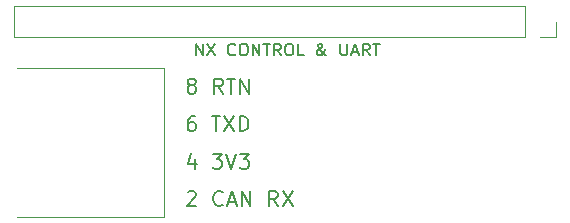
<source format=gbr>
%TF.GenerationSoftware,KiCad,Pcbnew,8.0.4-8.0.4-0~ubuntu22.04.1*%
%TF.CreationDate,2024-08-11T09:24:59-07:00*%
%TF.ProjectId,NX-ButtonInterface,4e582d42-7574-4746-9f6e-496e74657266,rev?*%
%TF.SameCoordinates,Original*%
%TF.FileFunction,Legend,Top*%
%TF.FilePolarity,Positive*%
%FSLAX46Y46*%
G04 Gerber Fmt 4.6, Leading zero omitted, Abs format (unit mm)*
G04 Created by KiCad (PCBNEW 8.0.4-8.0.4-0~ubuntu22.04.1) date 2024-08-11 09:24:59*
%MOMM*%
%LPD*%
G01*
G04 APERTURE LIST*
%ADD10C,0.177800*%
%ADD11C,0.150000*%
%ADD12C,0.120000*%
%ADD13C,0.100000*%
G04 APERTURE END LIST*
D10*
X100684039Y-100967546D02*
X100442134Y-100967546D01*
X100442134Y-100967546D02*
X100321182Y-101028022D01*
X100321182Y-101028022D02*
X100260706Y-101088498D01*
X100260706Y-101088498D02*
X100139753Y-101269927D01*
X100139753Y-101269927D02*
X100079277Y-101511831D01*
X100079277Y-101511831D02*
X100079277Y-101995641D01*
X100079277Y-101995641D02*
X100139753Y-102116593D01*
X100139753Y-102116593D02*
X100200230Y-102177070D01*
X100200230Y-102177070D02*
X100321182Y-102237546D01*
X100321182Y-102237546D02*
X100563087Y-102237546D01*
X100563087Y-102237546D02*
X100684039Y-102177070D01*
X100684039Y-102177070D02*
X100744515Y-102116593D01*
X100744515Y-102116593D02*
X100804992Y-101995641D01*
X100804992Y-101995641D02*
X100804992Y-101693260D01*
X100804992Y-101693260D02*
X100744515Y-101572308D01*
X100744515Y-101572308D02*
X100684039Y-101511831D01*
X100684039Y-101511831D02*
X100563087Y-101451355D01*
X100563087Y-101451355D02*
X100321182Y-101451355D01*
X100321182Y-101451355D02*
X100200230Y-101511831D01*
X100200230Y-101511831D02*
X100139753Y-101572308D01*
X100139753Y-101572308D02*
X100079277Y-101693260D01*
X102135468Y-100967546D02*
X102861182Y-100967546D01*
X102498325Y-102237546D02*
X102498325Y-100967546D01*
X103163563Y-100967546D02*
X104010230Y-102237546D01*
X104010230Y-100967546D02*
X103163563Y-102237546D01*
X104494039Y-102237546D02*
X104494039Y-100967546D01*
X104494039Y-100967546D02*
X104796420Y-100967546D01*
X104796420Y-100967546D02*
X104977849Y-101028022D01*
X104977849Y-101028022D02*
X105098801Y-101148974D01*
X105098801Y-101148974D02*
X105159278Y-101269927D01*
X105159278Y-101269927D02*
X105219754Y-101511831D01*
X105219754Y-101511831D02*
X105219754Y-101693260D01*
X105219754Y-101693260D02*
X105159278Y-101935165D01*
X105159278Y-101935165D02*
X105098801Y-102056117D01*
X105098801Y-102056117D02*
X104977849Y-102177070D01*
X104977849Y-102177070D02*
X104796420Y-102237546D01*
X104796420Y-102237546D02*
X104494039Y-102237546D01*
X100079277Y-107430032D02*
X100139753Y-107369556D01*
X100139753Y-107369556D02*
X100260706Y-107309080D01*
X100260706Y-107309080D02*
X100563087Y-107309080D01*
X100563087Y-107309080D02*
X100684039Y-107369556D01*
X100684039Y-107369556D02*
X100744515Y-107430032D01*
X100744515Y-107430032D02*
X100804992Y-107550984D01*
X100804992Y-107550984D02*
X100804992Y-107671937D01*
X100804992Y-107671937D02*
X100744515Y-107853365D01*
X100744515Y-107853365D02*
X100018801Y-108579080D01*
X100018801Y-108579080D02*
X100804992Y-108579080D01*
X103042611Y-108458127D02*
X102982135Y-108518604D01*
X102982135Y-108518604D02*
X102800706Y-108579080D01*
X102800706Y-108579080D02*
X102679754Y-108579080D01*
X102679754Y-108579080D02*
X102498325Y-108518604D01*
X102498325Y-108518604D02*
X102377373Y-108397651D01*
X102377373Y-108397651D02*
X102316896Y-108276699D01*
X102316896Y-108276699D02*
X102256420Y-108034794D01*
X102256420Y-108034794D02*
X102256420Y-107853365D01*
X102256420Y-107853365D02*
X102316896Y-107611461D01*
X102316896Y-107611461D02*
X102377373Y-107490508D01*
X102377373Y-107490508D02*
X102498325Y-107369556D01*
X102498325Y-107369556D02*
X102679754Y-107309080D01*
X102679754Y-107309080D02*
X102800706Y-107309080D01*
X102800706Y-107309080D02*
X102982135Y-107369556D01*
X102982135Y-107369556D02*
X103042611Y-107430032D01*
X103526420Y-108216223D02*
X104131182Y-108216223D01*
X103405468Y-108579080D02*
X103828801Y-107309080D01*
X103828801Y-107309080D02*
X104252135Y-108579080D01*
X104675467Y-108579080D02*
X104675467Y-107309080D01*
X104675467Y-107309080D02*
X105401182Y-108579080D01*
X105401182Y-108579080D02*
X105401182Y-107309080D01*
X107699277Y-108579080D02*
X107275943Y-107974318D01*
X106973562Y-108579080D02*
X106973562Y-107309080D01*
X106973562Y-107309080D02*
X107457372Y-107309080D01*
X107457372Y-107309080D02*
X107578324Y-107369556D01*
X107578324Y-107369556D02*
X107638801Y-107430032D01*
X107638801Y-107430032D02*
X107699277Y-107550984D01*
X107699277Y-107550984D02*
X107699277Y-107732413D01*
X107699277Y-107732413D02*
X107638801Y-107853365D01*
X107638801Y-107853365D02*
X107578324Y-107913842D01*
X107578324Y-107913842D02*
X107457372Y-107974318D01*
X107457372Y-107974318D02*
X106973562Y-107974318D01*
X108122610Y-107309080D02*
X108969277Y-108579080D01*
X108969277Y-107309080D02*
X108122610Y-108579080D01*
X100321182Y-98328365D02*
X100200230Y-98267889D01*
X100200230Y-98267889D02*
X100139753Y-98207413D01*
X100139753Y-98207413D02*
X100079277Y-98086461D01*
X100079277Y-98086461D02*
X100079277Y-98025984D01*
X100079277Y-98025984D02*
X100139753Y-97905032D01*
X100139753Y-97905032D02*
X100200230Y-97844556D01*
X100200230Y-97844556D02*
X100321182Y-97784080D01*
X100321182Y-97784080D02*
X100563087Y-97784080D01*
X100563087Y-97784080D02*
X100684039Y-97844556D01*
X100684039Y-97844556D02*
X100744515Y-97905032D01*
X100744515Y-97905032D02*
X100804992Y-98025984D01*
X100804992Y-98025984D02*
X100804992Y-98086461D01*
X100804992Y-98086461D02*
X100744515Y-98207413D01*
X100744515Y-98207413D02*
X100684039Y-98267889D01*
X100684039Y-98267889D02*
X100563087Y-98328365D01*
X100563087Y-98328365D02*
X100321182Y-98328365D01*
X100321182Y-98328365D02*
X100200230Y-98388842D01*
X100200230Y-98388842D02*
X100139753Y-98449318D01*
X100139753Y-98449318D02*
X100079277Y-98570270D01*
X100079277Y-98570270D02*
X100079277Y-98812175D01*
X100079277Y-98812175D02*
X100139753Y-98933127D01*
X100139753Y-98933127D02*
X100200230Y-98993604D01*
X100200230Y-98993604D02*
X100321182Y-99054080D01*
X100321182Y-99054080D02*
X100563087Y-99054080D01*
X100563087Y-99054080D02*
X100684039Y-98993604D01*
X100684039Y-98993604D02*
X100744515Y-98933127D01*
X100744515Y-98933127D02*
X100804992Y-98812175D01*
X100804992Y-98812175D02*
X100804992Y-98570270D01*
X100804992Y-98570270D02*
X100744515Y-98449318D01*
X100744515Y-98449318D02*
X100684039Y-98388842D01*
X100684039Y-98388842D02*
X100563087Y-98328365D01*
X103042611Y-99054080D02*
X102619277Y-98449318D01*
X102316896Y-99054080D02*
X102316896Y-97784080D01*
X102316896Y-97784080D02*
X102800706Y-97784080D01*
X102800706Y-97784080D02*
X102921658Y-97844556D01*
X102921658Y-97844556D02*
X102982135Y-97905032D01*
X102982135Y-97905032D02*
X103042611Y-98025984D01*
X103042611Y-98025984D02*
X103042611Y-98207413D01*
X103042611Y-98207413D02*
X102982135Y-98328365D01*
X102982135Y-98328365D02*
X102921658Y-98388842D01*
X102921658Y-98388842D02*
X102800706Y-98449318D01*
X102800706Y-98449318D02*
X102316896Y-98449318D01*
X103405468Y-97784080D02*
X104131182Y-97784080D01*
X103768325Y-99054080D02*
X103768325Y-97784080D01*
X104554515Y-99054080D02*
X104554515Y-97784080D01*
X104554515Y-97784080D02*
X105280230Y-99054080D01*
X105280230Y-99054080D02*
X105280230Y-97784080D01*
X100684039Y-104574345D02*
X100684039Y-105421012D01*
X100381658Y-104090536D02*
X100079277Y-104997678D01*
X100079277Y-104997678D02*
X100865468Y-104997678D01*
X102195944Y-104151012D02*
X102982135Y-104151012D01*
X102982135Y-104151012D02*
X102558801Y-104634821D01*
X102558801Y-104634821D02*
X102740230Y-104634821D01*
X102740230Y-104634821D02*
X102861182Y-104695297D01*
X102861182Y-104695297D02*
X102921658Y-104755774D01*
X102921658Y-104755774D02*
X102982135Y-104876726D01*
X102982135Y-104876726D02*
X102982135Y-105179107D01*
X102982135Y-105179107D02*
X102921658Y-105300059D01*
X102921658Y-105300059D02*
X102861182Y-105360536D01*
X102861182Y-105360536D02*
X102740230Y-105421012D01*
X102740230Y-105421012D02*
X102377373Y-105421012D01*
X102377373Y-105421012D02*
X102256420Y-105360536D01*
X102256420Y-105360536D02*
X102195944Y-105300059D01*
X103344992Y-104151012D02*
X103768325Y-105421012D01*
X103768325Y-105421012D02*
X104191659Y-104151012D01*
X104494039Y-104151012D02*
X105280230Y-104151012D01*
X105280230Y-104151012D02*
X104856896Y-104634821D01*
X104856896Y-104634821D02*
X105038325Y-104634821D01*
X105038325Y-104634821D02*
X105159277Y-104695297D01*
X105159277Y-104695297D02*
X105219753Y-104755774D01*
X105219753Y-104755774D02*
X105280230Y-104876726D01*
X105280230Y-104876726D02*
X105280230Y-105179107D01*
X105280230Y-105179107D02*
X105219753Y-105300059D01*
X105219753Y-105300059D02*
X105159277Y-105360536D01*
X105159277Y-105360536D02*
X105038325Y-105421012D01*
X105038325Y-105421012D02*
X104675468Y-105421012D01*
X104675468Y-105421012D02*
X104554515Y-105360536D01*
X104554515Y-105360536D02*
X104494039Y-105300059D01*
D11*
X100785714Y-95831819D02*
X100785714Y-94831819D01*
X100785714Y-94831819D02*
X101357142Y-95831819D01*
X101357142Y-95831819D02*
X101357142Y-94831819D01*
X101738095Y-94831819D02*
X102404761Y-95831819D01*
X102404761Y-94831819D02*
X101738095Y-95831819D01*
X104119047Y-95736580D02*
X104071428Y-95784200D01*
X104071428Y-95784200D02*
X103928571Y-95831819D01*
X103928571Y-95831819D02*
X103833333Y-95831819D01*
X103833333Y-95831819D02*
X103690476Y-95784200D01*
X103690476Y-95784200D02*
X103595238Y-95688961D01*
X103595238Y-95688961D02*
X103547619Y-95593723D01*
X103547619Y-95593723D02*
X103500000Y-95403247D01*
X103500000Y-95403247D02*
X103500000Y-95260390D01*
X103500000Y-95260390D02*
X103547619Y-95069914D01*
X103547619Y-95069914D02*
X103595238Y-94974676D01*
X103595238Y-94974676D02*
X103690476Y-94879438D01*
X103690476Y-94879438D02*
X103833333Y-94831819D01*
X103833333Y-94831819D02*
X103928571Y-94831819D01*
X103928571Y-94831819D02*
X104071428Y-94879438D01*
X104071428Y-94879438D02*
X104119047Y-94927057D01*
X104738095Y-94831819D02*
X104928571Y-94831819D01*
X104928571Y-94831819D02*
X105023809Y-94879438D01*
X105023809Y-94879438D02*
X105119047Y-94974676D01*
X105119047Y-94974676D02*
X105166666Y-95165152D01*
X105166666Y-95165152D02*
X105166666Y-95498485D01*
X105166666Y-95498485D02*
X105119047Y-95688961D01*
X105119047Y-95688961D02*
X105023809Y-95784200D01*
X105023809Y-95784200D02*
X104928571Y-95831819D01*
X104928571Y-95831819D02*
X104738095Y-95831819D01*
X104738095Y-95831819D02*
X104642857Y-95784200D01*
X104642857Y-95784200D02*
X104547619Y-95688961D01*
X104547619Y-95688961D02*
X104500000Y-95498485D01*
X104500000Y-95498485D02*
X104500000Y-95165152D01*
X104500000Y-95165152D02*
X104547619Y-94974676D01*
X104547619Y-94974676D02*
X104642857Y-94879438D01*
X104642857Y-94879438D02*
X104738095Y-94831819D01*
X105595238Y-95831819D02*
X105595238Y-94831819D01*
X105595238Y-94831819D02*
X106166666Y-95831819D01*
X106166666Y-95831819D02*
X106166666Y-94831819D01*
X106500000Y-94831819D02*
X107071428Y-94831819D01*
X106785714Y-95831819D02*
X106785714Y-94831819D01*
X107976190Y-95831819D02*
X107642857Y-95355628D01*
X107404762Y-95831819D02*
X107404762Y-94831819D01*
X107404762Y-94831819D02*
X107785714Y-94831819D01*
X107785714Y-94831819D02*
X107880952Y-94879438D01*
X107880952Y-94879438D02*
X107928571Y-94927057D01*
X107928571Y-94927057D02*
X107976190Y-95022295D01*
X107976190Y-95022295D02*
X107976190Y-95165152D01*
X107976190Y-95165152D02*
X107928571Y-95260390D01*
X107928571Y-95260390D02*
X107880952Y-95308009D01*
X107880952Y-95308009D02*
X107785714Y-95355628D01*
X107785714Y-95355628D02*
X107404762Y-95355628D01*
X108595238Y-94831819D02*
X108785714Y-94831819D01*
X108785714Y-94831819D02*
X108880952Y-94879438D01*
X108880952Y-94879438D02*
X108976190Y-94974676D01*
X108976190Y-94974676D02*
X109023809Y-95165152D01*
X109023809Y-95165152D02*
X109023809Y-95498485D01*
X109023809Y-95498485D02*
X108976190Y-95688961D01*
X108976190Y-95688961D02*
X108880952Y-95784200D01*
X108880952Y-95784200D02*
X108785714Y-95831819D01*
X108785714Y-95831819D02*
X108595238Y-95831819D01*
X108595238Y-95831819D02*
X108500000Y-95784200D01*
X108500000Y-95784200D02*
X108404762Y-95688961D01*
X108404762Y-95688961D02*
X108357143Y-95498485D01*
X108357143Y-95498485D02*
X108357143Y-95165152D01*
X108357143Y-95165152D02*
X108404762Y-94974676D01*
X108404762Y-94974676D02*
X108500000Y-94879438D01*
X108500000Y-94879438D02*
X108595238Y-94831819D01*
X109928571Y-95831819D02*
X109452381Y-95831819D01*
X109452381Y-95831819D02*
X109452381Y-94831819D01*
X111833334Y-95831819D02*
X111785715Y-95831819D01*
X111785715Y-95831819D02*
X111690476Y-95784200D01*
X111690476Y-95784200D02*
X111547619Y-95641342D01*
X111547619Y-95641342D02*
X111309524Y-95355628D01*
X111309524Y-95355628D02*
X111214286Y-95212771D01*
X111214286Y-95212771D02*
X111166667Y-95069914D01*
X111166667Y-95069914D02*
X111166667Y-94974676D01*
X111166667Y-94974676D02*
X111214286Y-94879438D01*
X111214286Y-94879438D02*
X111309524Y-94831819D01*
X111309524Y-94831819D02*
X111357143Y-94831819D01*
X111357143Y-94831819D02*
X111452381Y-94879438D01*
X111452381Y-94879438D02*
X111500000Y-94974676D01*
X111500000Y-94974676D02*
X111500000Y-95022295D01*
X111500000Y-95022295D02*
X111452381Y-95117533D01*
X111452381Y-95117533D02*
X111404762Y-95165152D01*
X111404762Y-95165152D02*
X111119048Y-95355628D01*
X111119048Y-95355628D02*
X111071429Y-95403247D01*
X111071429Y-95403247D02*
X111023810Y-95498485D01*
X111023810Y-95498485D02*
X111023810Y-95641342D01*
X111023810Y-95641342D02*
X111071429Y-95736580D01*
X111071429Y-95736580D02*
X111119048Y-95784200D01*
X111119048Y-95784200D02*
X111214286Y-95831819D01*
X111214286Y-95831819D02*
X111357143Y-95831819D01*
X111357143Y-95831819D02*
X111452381Y-95784200D01*
X111452381Y-95784200D02*
X111500000Y-95736580D01*
X111500000Y-95736580D02*
X111642857Y-95546104D01*
X111642857Y-95546104D02*
X111690476Y-95403247D01*
X111690476Y-95403247D02*
X111690476Y-95308009D01*
X113023810Y-94831819D02*
X113023810Y-95641342D01*
X113023810Y-95641342D02*
X113071429Y-95736580D01*
X113071429Y-95736580D02*
X113119048Y-95784200D01*
X113119048Y-95784200D02*
X113214286Y-95831819D01*
X113214286Y-95831819D02*
X113404762Y-95831819D01*
X113404762Y-95831819D02*
X113500000Y-95784200D01*
X113500000Y-95784200D02*
X113547619Y-95736580D01*
X113547619Y-95736580D02*
X113595238Y-95641342D01*
X113595238Y-95641342D02*
X113595238Y-94831819D01*
X114023810Y-95546104D02*
X114500000Y-95546104D01*
X113928572Y-95831819D02*
X114261905Y-94831819D01*
X114261905Y-94831819D02*
X114595238Y-95831819D01*
X115500000Y-95831819D02*
X115166667Y-95355628D01*
X114928572Y-95831819D02*
X114928572Y-94831819D01*
X114928572Y-94831819D02*
X115309524Y-94831819D01*
X115309524Y-94831819D02*
X115404762Y-94879438D01*
X115404762Y-94879438D02*
X115452381Y-94927057D01*
X115452381Y-94927057D02*
X115500000Y-95022295D01*
X115500000Y-95022295D02*
X115500000Y-95165152D01*
X115500000Y-95165152D02*
X115452381Y-95260390D01*
X115452381Y-95260390D02*
X115404762Y-95308009D01*
X115404762Y-95308009D02*
X115309524Y-95355628D01*
X115309524Y-95355628D02*
X114928572Y-95355628D01*
X115785715Y-94831819D02*
X116357143Y-94831819D01*
X116071429Y-95831819D02*
X116071429Y-94831819D01*
D12*
%TO.C,J1*%
X85411000Y-91634000D02*
X85411000Y-94294000D01*
X128651000Y-91634000D02*
X85411000Y-91634000D01*
X128651000Y-91634000D02*
X128651000Y-94294000D01*
X128651000Y-94294000D02*
X85411000Y-94294000D01*
X131251000Y-92964000D02*
X131251000Y-94294000D01*
X131251000Y-94294000D02*
X129921000Y-94294000D01*
D13*
%TO.C,J2*%
X98069400Y-96875600D02*
X85623400Y-96875600D01*
X98069400Y-109512100D02*
X85623400Y-109512100D01*
X98069517Y-109513241D02*
X98069400Y-96875600D01*
%TD*%
M02*

</source>
